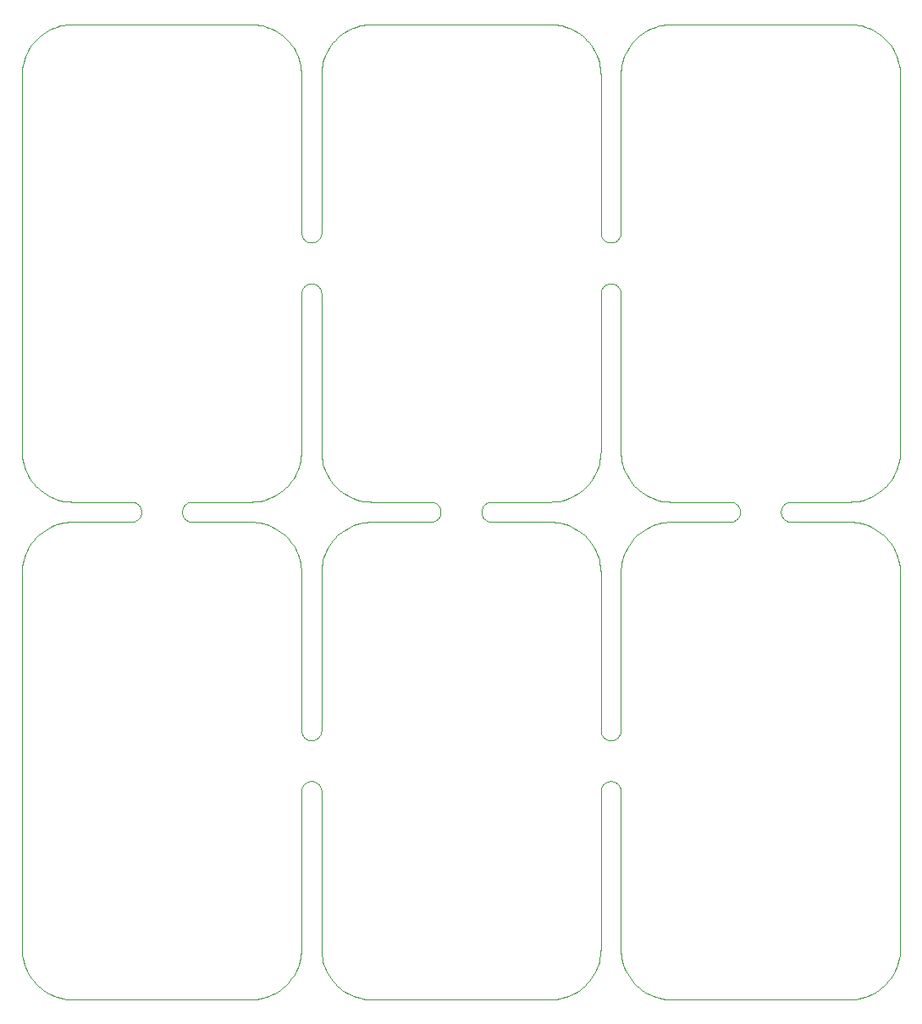
<source format=gko>
%MOIN*%
%OFA0B0*%
%FSLAX36Y36*%
%IPPOS*%
%LPD*%
%ADD10C,0*%
D10*
X002278739Y001679999D02*
X002278739Y001679999D01*
X002278345Y001692558D01*
X002277162Y001705066D01*
X002275197Y001717476D01*
X002272456Y001729738D01*
X002268951Y001741803D01*
X002264695Y001753625D01*
X002259705Y001765155D01*
X002254001Y001776350D01*
X002247605Y001787165D01*
X002240543Y001797557D01*
X002232842Y001807484D01*
X002224533Y001816909D01*
X002215649Y001825794D01*
X002206224Y001834102D01*
X002196296Y001841803D01*
X002185905Y001848865D01*
X002175090Y001855261D01*
X002163895Y001860965D01*
X002152364Y001865955D01*
X002140543Y001870211D01*
X002128478Y001873716D01*
X002116216Y001876457D01*
X002103806Y001878423D01*
X002091298Y001879605D01*
X002078740Y001879999D01*
X001848414Y001879999D01*
X001845325Y001880121D01*
X001842255Y001880484D01*
X001839224Y001881087D01*
X001836248Y001881926D01*
X001833348Y001882996D01*
X001830541Y001884291D01*
X001827843Y001885801D01*
X001825273Y001887519D01*
X001822845Y001889432D01*
X001820575Y001891531D01*
X001818477Y001893801D01*
X001816563Y001896228D01*
X001814846Y001898799D01*
X001813335Y001901496D01*
X001812041Y001904303D01*
X001810971Y001907204D01*
X001810132Y001910179D01*
X001809529Y001913211D01*
X001809166Y001916281D01*
X001809044Y001919370D01*
X001809044Y001919370D01*
X001809166Y001922459D01*
X001809529Y001925529D01*
X001810132Y001928561D01*
X001810971Y001931536D01*
X001812041Y001934436D01*
X001813335Y001937244D01*
X001814846Y001939941D01*
X001816563Y001942511D01*
X001818477Y001944939D01*
X001820575Y001947209D01*
X001822845Y001949307D01*
X001825273Y001951221D01*
X001827843Y001952938D01*
X001830541Y001954449D01*
X001833348Y001955743D01*
X001836248Y001956813D01*
X001839224Y001957652D01*
X001842255Y001958255D01*
X001845325Y001958619D01*
X001848414Y001958740D01*
X002078740Y001958740D01*
X002078740Y001958739D01*
X002091298Y001959135D01*
X002103806Y001960317D01*
X002116216Y001962283D01*
X002128478Y001965023D01*
X002140543Y001968528D01*
X002152364Y001972785D01*
X002163895Y001977774D01*
X002175090Y001983478D01*
X002185905Y001989875D01*
X002196296Y001996936D01*
X002206224Y002004637D01*
X002215649Y002012946D01*
X002224533Y002021831D01*
X002232842Y002031255D01*
X002240543Y002041183D01*
X002247605Y002051574D01*
X002254001Y002062389D01*
X002259705Y002073584D01*
X002264695Y002085115D01*
X002268951Y002096937D01*
X002272456Y002109002D01*
X002275197Y002121264D01*
X002277162Y002133673D01*
X002278345Y002146182D01*
X002278739Y002158739D01*
X002278739Y002779065D01*
X002278861Y002782154D01*
X002279224Y002785224D01*
X002279827Y002788256D01*
X002280666Y002791231D01*
X002281736Y002794131D01*
X002283030Y002796939D01*
X002284541Y002799636D01*
X002286258Y002802206D01*
X002288172Y002804634D01*
X002290271Y002806904D01*
X002292541Y002809002D01*
X002294968Y002810916D01*
X002297539Y002812634D01*
X002300236Y002814144D01*
X002303043Y002815438D01*
X002305943Y002816508D01*
X002308919Y002817347D01*
X002311951Y002817950D01*
X002315021Y002818314D01*
X002318109Y002818435D01*
X002318110Y002818435D01*
X002321199Y002818314D01*
X002324269Y002817950D01*
X002327300Y002817347D01*
X002330276Y002816508D01*
X002333176Y002815438D01*
X002335983Y002814144D01*
X002338681Y002812634D01*
X002341251Y002810916D01*
X002343679Y002809002D01*
X002345949Y002806904D01*
X002348047Y002804634D01*
X002349961Y002802206D01*
X002351678Y002799636D01*
X002353189Y002796939D01*
X002354483Y002794131D01*
X002355553Y002791231D01*
X002356392Y002788256D01*
X002356995Y002785224D01*
X002357358Y002782154D01*
X002357480Y002779065D01*
X002357480Y002158739D01*
X002357874Y002146182D01*
X002359057Y002133673D01*
X002361022Y002121264D01*
X002363763Y002109002D01*
X002367269Y002096937D01*
X002371524Y002085115D01*
X002376514Y002073584D01*
X002382219Y002062389D01*
X002388614Y002051574D01*
X002395676Y002041183D01*
X002403377Y002031255D01*
X002411686Y002021831D01*
X002420570Y002012946D01*
X002429995Y002004637D01*
X002439923Y001996936D01*
X002450314Y001989875D01*
X002461129Y001983478D01*
X002472324Y001977774D01*
X002483855Y001972785D01*
X002495676Y001968528D01*
X002507742Y001965023D01*
X002520004Y001962283D01*
X002532413Y001960317D01*
X002544922Y001959135D01*
X002557480Y001958740D01*
X002787805Y001958740D01*
X002790894Y001958619D01*
X002793964Y001958255D01*
X002796996Y001957652D01*
X002799971Y001956813D01*
X002802871Y001955743D01*
X002805679Y001954449D01*
X002808376Y001952938D01*
X002810946Y001951221D01*
X002813374Y001949307D01*
X002815644Y001947209D01*
X002817742Y001944939D01*
X002819656Y001942511D01*
X002821374Y001939941D01*
X002822884Y001937244D01*
X002824178Y001934436D01*
X002825248Y001931536D01*
X002826087Y001928561D01*
X002826691Y001925529D01*
X002827054Y001922459D01*
X002827175Y001919370D01*
X002827175Y001919370D01*
X002827054Y001916281D01*
X002826691Y001913211D01*
X002826087Y001910179D01*
X002825248Y001907204D01*
X002824178Y001904303D01*
X002822884Y001901496D01*
X002821374Y001898799D01*
X002819656Y001896228D01*
X002817742Y001893801D01*
X002815644Y001891531D01*
X002813374Y001889432D01*
X002810946Y001887519D01*
X002808376Y001885801D01*
X002805679Y001884291D01*
X002802871Y001882996D01*
X002799971Y001881926D01*
X002796996Y001881087D01*
X002793964Y001880484D01*
X002790894Y001880121D01*
X002787805Y001879999D01*
X002557480Y001879999D01*
X002544922Y001879605D01*
X002532413Y001878423D01*
X002520004Y001876457D01*
X002507742Y001873716D01*
X002495676Y001870211D01*
X002483855Y001865955D01*
X002472324Y001860965D01*
X002461129Y001855261D01*
X002450314Y001848865D01*
X002439923Y001841803D01*
X002429995Y001834102D01*
X002420570Y001825794D01*
X002411686Y001816909D01*
X002403377Y001807484D01*
X002395676Y001797557D01*
X002388614Y001787165D01*
X002382219Y001776350D01*
X002376514Y001765155D01*
X002371524Y001753625D01*
X002367269Y001741803D01*
X002363763Y001729738D01*
X002361022Y001717476D01*
X002359057Y001705066D01*
X002357874Y001692558D01*
X002357480Y001679999D01*
X002357480Y001059674D01*
X002357358Y001056585D01*
X002356995Y001053515D01*
X002356392Y001050483D01*
X002355553Y001047508D01*
X002354483Y001044608D01*
X002353189Y001041801D01*
X002351678Y001039103D01*
X002349961Y001036533D01*
X002348047Y001034105D01*
X002345949Y001031835D01*
X002343679Y001029737D01*
X002341251Y001027823D01*
X002338681Y001026106D01*
X002335983Y001024595D01*
X002333176Y001023301D01*
X002330276Y001022231D01*
X002327300Y001021392D01*
X002324269Y001020789D01*
X002321199Y001020425D01*
X002318110Y001020304D01*
X002318109Y001020304D01*
X002315021Y001020425D01*
X002311951Y001020789D01*
X002308919Y001021392D01*
X002305943Y001022231D01*
X002303043Y001023301D01*
X002300236Y001024595D01*
X002297539Y001026106D01*
X002294968Y001027823D01*
X002292541Y001029737D01*
X002290271Y001031835D01*
X002288172Y001034105D01*
X002286258Y001036533D01*
X002284541Y001039103D01*
X002283030Y001041801D01*
X002281736Y001044608D01*
X002280666Y001047508D01*
X002279827Y001050483D01*
X002279224Y001053515D01*
X002278861Y001056585D01*
X002278739Y001059674D01*
X002278739Y001679999D01*
X001099999Y001679999D02*
X001099999Y001679999D01*
X001099605Y001692558D01*
X001098422Y001705066D01*
X001096457Y001717476D01*
X001093716Y001729738D01*
X001090211Y001741803D01*
X001085955Y001753625D01*
X001080965Y001765155D01*
X001075261Y001776350D01*
X001068865Y001787165D01*
X001061802Y001797557D01*
X001054102Y001807484D01*
X001045793Y001816909D01*
X001036908Y001825794D01*
X001027484Y001834102D01*
X001017556Y001841803D01*
X001007165Y001848865D01*
X000996350Y001855261D01*
X000985155Y001860965D01*
X000973624Y001865955D01*
X000961803Y001870211D01*
X000949737Y001873716D01*
X000937476Y001876457D01*
X000925066Y001878423D01*
X000912558Y001879605D01*
X000900000Y001879999D01*
X000669674Y001879999D01*
X000666585Y001880121D01*
X000663515Y001880484D01*
X000660483Y001881087D01*
X000657508Y001881926D01*
X000654608Y001882996D01*
X000651800Y001884291D01*
X000649103Y001885801D01*
X000646533Y001887519D01*
X000644105Y001889432D01*
X000641835Y001891531D01*
X000639737Y001893801D01*
X000637823Y001896228D01*
X000636106Y001898799D01*
X000634595Y001901496D01*
X000633301Y001904303D01*
X000632231Y001907204D01*
X000631392Y001910179D01*
X000630789Y001913211D01*
X000630425Y001916281D01*
X000630304Y001919370D01*
X000630304Y001919370D01*
X000630425Y001922459D01*
X000630789Y001925529D01*
X000631392Y001928561D01*
X000632231Y001931536D01*
X000633301Y001934436D01*
X000634595Y001937244D01*
X000636106Y001939941D01*
X000637823Y001942511D01*
X000639737Y001944939D01*
X000641835Y001947209D01*
X000644105Y001949307D01*
X000646533Y001951221D01*
X000649103Y001952938D01*
X000651800Y001954449D01*
X000654608Y001955743D01*
X000657508Y001956813D01*
X000660483Y001957652D01*
X000663515Y001958255D01*
X000666585Y001958619D01*
X000669674Y001958740D01*
X000900000Y001958740D01*
X000900000Y001958739D01*
X000912558Y001959135D01*
X000925066Y001960317D01*
X000937476Y001962283D01*
X000949737Y001965023D01*
X000961803Y001968528D01*
X000973624Y001972785D01*
X000985155Y001977774D01*
X000996350Y001983478D01*
X001007165Y001989875D01*
X001017556Y001996936D01*
X001027484Y002004637D01*
X001036908Y002012946D01*
X001045793Y002021831D01*
X001054102Y002031255D01*
X001061802Y002041183D01*
X001068865Y002051574D01*
X001075261Y002062389D01*
X001080965Y002073584D01*
X001085955Y002085115D01*
X001090211Y002096937D01*
X001093716Y002109002D01*
X001096457Y002121264D01*
X001098422Y002133673D01*
X001099605Y002146182D01*
X001099999Y002158739D01*
X001099999Y002779065D01*
X001100121Y002782154D01*
X001100484Y002785224D01*
X001101087Y002788256D01*
X001101926Y002791231D01*
X001102996Y002794131D01*
X001104290Y002796939D01*
X001105801Y002799636D01*
X001107518Y002802206D01*
X001109432Y002804634D01*
X001111530Y002806904D01*
X001113801Y002809002D01*
X001116228Y002810916D01*
X001118799Y002812634D01*
X001121496Y002814144D01*
X001124303Y002815438D01*
X001127203Y002816508D01*
X001130179Y002817347D01*
X001133211Y002817950D01*
X001136280Y002818314D01*
X001139369Y002818435D01*
X001139370Y002818435D01*
X001142458Y002818314D01*
X001145528Y002817950D01*
X001148560Y002817347D01*
X001151536Y002816508D01*
X001154436Y002815438D01*
X001157243Y002814144D01*
X001159940Y002812634D01*
X001162511Y002810916D01*
X001164938Y002809002D01*
X001167208Y002806904D01*
X001169307Y002804634D01*
X001171221Y002802206D01*
X001172938Y002799636D01*
X001174449Y002796939D01*
X001175743Y002794131D01*
X001176813Y002791231D01*
X001177652Y002788256D01*
X001178255Y002785224D01*
X001178618Y002782154D01*
X001178740Y002779065D01*
X001178740Y002158739D01*
X001179134Y002146182D01*
X001180317Y002133673D01*
X001182282Y002121264D01*
X001185023Y002109002D01*
X001188528Y002096937D01*
X001192784Y002085115D01*
X001197774Y002073584D01*
X001203478Y002062389D01*
X001209874Y002051574D01*
X001216936Y002041183D01*
X001224637Y002031255D01*
X001232946Y002021831D01*
X001241830Y002012946D01*
X001251255Y002004637D01*
X001261182Y001996936D01*
X001271574Y001989875D01*
X001282389Y001983478D01*
X001293584Y001977774D01*
X001305115Y001972785D01*
X001316936Y001968528D01*
X001329002Y001965023D01*
X001341263Y001962283D01*
X001353673Y001960317D01*
X001366182Y001959135D01*
X001378739Y001958740D01*
X001609065Y001958740D01*
X001612154Y001958619D01*
X001615224Y001958255D01*
X001618256Y001957652D01*
X001621231Y001956813D01*
X001624131Y001955743D01*
X001626939Y001954449D01*
X001629636Y001952938D01*
X001632206Y001951221D01*
X001634634Y001949307D01*
X001636904Y001947209D01*
X001639002Y001944939D01*
X001640916Y001942511D01*
X001642634Y001939941D01*
X001644144Y001937244D01*
X001645438Y001934436D01*
X001646508Y001931536D01*
X001647347Y001928561D01*
X001647950Y001925529D01*
X001648314Y001922459D01*
X001648435Y001919370D01*
X001648435Y001919370D01*
X001648314Y001916281D01*
X001647950Y001913211D01*
X001647347Y001910179D01*
X001646508Y001907204D01*
X001645438Y001904303D01*
X001644144Y001901496D01*
X001642634Y001898799D01*
X001640916Y001896228D01*
X001639002Y001893801D01*
X001636904Y001891531D01*
X001634634Y001889432D01*
X001632206Y001887519D01*
X001629636Y001885801D01*
X001626939Y001884291D01*
X001624131Y001882996D01*
X001621231Y001881926D01*
X001618256Y001881087D01*
X001615224Y001880484D01*
X001612154Y001880121D01*
X001609065Y001879999D01*
X001378739Y001879999D01*
X001366182Y001879605D01*
X001353673Y001878423D01*
X001341263Y001876457D01*
X001329002Y001873716D01*
X001316936Y001870211D01*
X001305115Y001865955D01*
X001293584Y001860965D01*
X001282389Y001855261D01*
X001271574Y001848865D01*
X001261182Y001841803D01*
X001251255Y001834102D01*
X001241830Y001825794D01*
X001232946Y001816909D01*
X001224637Y001807484D01*
X001216936Y001797557D01*
X001209874Y001787165D01*
X001203478Y001776350D01*
X001197774Y001765155D01*
X001192784Y001753625D01*
X001188528Y001741803D01*
X001185023Y001729738D01*
X001182282Y001717476D01*
X001180317Y001705066D01*
X001179134Y001692558D01*
X001178740Y001679999D01*
X001178740Y001059674D01*
X001178618Y001056585D01*
X001178255Y001053515D01*
X001177652Y001050483D01*
X001176813Y001047508D01*
X001175743Y001044608D01*
X001174449Y001041801D01*
X001172938Y001039103D01*
X001171221Y001036533D01*
X001169307Y001034105D01*
X001167208Y001031835D01*
X001164938Y001029737D01*
X001162511Y001027823D01*
X001159940Y001026106D01*
X001157243Y001024595D01*
X001154436Y001023301D01*
X001151536Y001022231D01*
X001148560Y001021392D01*
X001145528Y001020789D01*
X001142458Y001020425D01*
X001139370Y001020304D01*
X001139369Y001020304D01*
X001136280Y001020425D01*
X001133211Y001020789D01*
X001130179Y001021392D01*
X001127203Y001022231D01*
X001124303Y001023301D01*
X001121496Y001024595D01*
X001118799Y001026106D01*
X001116228Y001027823D01*
X001113801Y001029737D01*
X001111530Y001031835D01*
X001109432Y001034105D01*
X001107518Y001036533D01*
X001105801Y001039103D01*
X001104290Y001041801D01*
X001102996Y001044608D01*
X001101926Y001047508D01*
X001101087Y001050483D01*
X001100484Y001053515D01*
X001100121Y001056585D01*
X001099999Y001059674D01*
X001099999Y001679999D01*
X000900000Y000000000D02*
X000900000Y000000000D01*
X000912558Y000000395D01*
X000925066Y000001577D01*
X000937476Y000003542D01*
X000949737Y000006283D01*
X000961803Y000009788D01*
X000973624Y000014045D01*
X000985155Y000019034D01*
X000996350Y000024738D01*
X001007165Y000031134D01*
X001017556Y000038196D01*
X001027484Y000045897D01*
X001036908Y000054206D01*
X001045793Y000063091D01*
X001054102Y000072515D01*
X001061802Y000082443D01*
X001068865Y000092834D01*
X001075261Y000103649D01*
X001080965Y000114844D01*
X001085955Y000126374D01*
X001090211Y000138196D01*
X001093716Y000150262D01*
X001096457Y000162523D01*
X001098422Y000174933D01*
X001099605Y000187441D01*
X001099999Y000199999D01*
X001099999Y000820325D01*
X001100121Y000823414D01*
X001100484Y000826484D01*
X001101087Y000829516D01*
X001101926Y000832491D01*
X001102996Y000835391D01*
X001104290Y000838198D01*
X001105801Y000840896D01*
X001107518Y000843466D01*
X001109432Y000845894D01*
X001111530Y000848164D01*
X001113801Y000850262D01*
X001116228Y000852176D01*
X001118799Y000853893D01*
X001121496Y000855404D01*
X001124303Y000856698D01*
X001127203Y000857768D01*
X001130179Y000858607D01*
X001133211Y000859210D01*
X001136280Y000859574D01*
X001139369Y000859695D01*
X001139370Y000859695D01*
X001142458Y000859574D01*
X001145528Y000859210D01*
X001148560Y000858607D01*
X001151536Y000857768D01*
X001154436Y000856698D01*
X001157243Y000855404D01*
X001159940Y000853893D01*
X001162511Y000852176D01*
X001164938Y000850262D01*
X001167208Y000848164D01*
X001169307Y000845894D01*
X001171221Y000843466D01*
X001172938Y000840896D01*
X001174449Y000838198D01*
X001175743Y000835391D01*
X001176813Y000832491D01*
X001177652Y000829516D01*
X001178255Y000826484D01*
X001178618Y000823414D01*
X001178740Y000820325D01*
X001178740Y000199999D01*
X001179134Y000187441D01*
X001180317Y000174933D01*
X001182282Y000162523D01*
X001185023Y000150262D01*
X001188528Y000138196D01*
X001192784Y000126374D01*
X001197774Y000114844D01*
X001203478Y000103649D01*
X001209874Y000092834D01*
X001216936Y000082443D01*
X001224637Y000072515D01*
X001232946Y000063091D01*
X001241830Y000054206D01*
X001251255Y000045897D01*
X001261182Y000038196D01*
X001271574Y000031134D01*
X001282389Y000024738D01*
X001293584Y000019034D01*
X001305115Y000014045D01*
X001316936Y000009788D01*
X001329002Y000006283D01*
X001341263Y000003542D01*
X001353673Y000001577D01*
X001366182Y000000395D01*
X001378739Y000000000D01*
X002078740Y000000000D01*
X002078740Y000000000D01*
X002091298Y000000395D01*
X002103806Y000001577D01*
X002116216Y000003542D01*
X002128478Y000006283D01*
X002140543Y000009788D01*
X002152364Y000014045D01*
X002163895Y000019034D01*
X002175090Y000024738D01*
X002185905Y000031134D01*
X002196296Y000038196D01*
X002206224Y000045897D01*
X002215649Y000054206D01*
X002224533Y000063091D01*
X002232842Y000072515D01*
X002240543Y000082443D01*
X002247605Y000092834D01*
X002254001Y000103649D01*
X002259705Y000114844D01*
X002264695Y000126374D01*
X002268951Y000138196D01*
X002272456Y000150262D01*
X002275197Y000162523D01*
X002277162Y000174933D01*
X002278345Y000187441D01*
X002278739Y000199999D01*
X002278739Y000820325D01*
X002278861Y000823414D01*
X002279224Y000826484D01*
X002279827Y000829516D01*
X002280666Y000832491D01*
X002281736Y000835391D01*
X002283030Y000838198D01*
X002284541Y000840896D01*
X002286258Y000843466D01*
X002288172Y000845894D01*
X002290271Y000848164D01*
X002292541Y000850262D01*
X002294968Y000852176D01*
X002297539Y000853893D01*
X002300236Y000855404D01*
X002303043Y000856698D01*
X002305943Y000857768D01*
X002308919Y000858607D01*
X002311951Y000859210D01*
X002315021Y000859574D01*
X002318109Y000859695D01*
X002318110Y000859695D01*
X002321199Y000859574D01*
X002324269Y000859210D01*
X002327300Y000858607D01*
X002330276Y000857768D01*
X002333176Y000856698D01*
X002335983Y000855404D01*
X002338681Y000853893D01*
X002341251Y000852176D01*
X002343679Y000850262D01*
X002345949Y000848164D01*
X002348047Y000845894D01*
X002349961Y000843466D01*
X002351678Y000840896D01*
X002353189Y000838198D01*
X002354483Y000835391D01*
X002355553Y000832491D01*
X002356392Y000829516D01*
X002356995Y000826484D01*
X002357358Y000823414D01*
X002357480Y000820325D01*
X002357480Y000199999D01*
X002357874Y000187441D01*
X002359057Y000174933D01*
X002361022Y000162523D01*
X002363763Y000150262D01*
X002367269Y000138196D01*
X002371524Y000126374D01*
X002376514Y000114844D01*
X002382219Y000103649D01*
X002388614Y000092834D01*
X002395676Y000082443D01*
X002403377Y000072515D01*
X002411686Y000063091D01*
X002420570Y000054206D01*
X002429995Y000045897D01*
X002439923Y000038196D01*
X002450314Y000031134D01*
X002461129Y000024738D01*
X002472324Y000019034D01*
X002483855Y000014045D01*
X002495676Y000009788D01*
X002507742Y000006283D01*
X002520004Y000003542D01*
X002532413Y000001577D01*
X002544922Y000000395D01*
X002557480Y000000000D01*
X003257480Y000000000D01*
X003257480Y000000000D01*
X003270038Y000000395D01*
X003282547Y000001577D01*
X003294956Y000003542D01*
X003307218Y000006283D01*
X003319283Y000009788D01*
X003331104Y000014045D01*
X003342636Y000019034D01*
X003353830Y000024738D01*
X003364645Y000031134D01*
X003375036Y000038196D01*
X003384964Y000045897D01*
X003394389Y000054206D01*
X003403274Y000063091D01*
X003411582Y000072515D01*
X003419283Y000082443D01*
X003426345Y000092834D01*
X003432741Y000103649D01*
X003438445Y000114844D01*
X003443435Y000126374D01*
X003447691Y000138196D01*
X003451196Y000150262D01*
X003453937Y000162523D01*
X003455903Y000174933D01*
X003457085Y000187441D01*
X003457480Y000199999D01*
X003457480Y001679999D01*
X003457085Y001692558D01*
X003455903Y001705066D01*
X003453937Y001717476D01*
X003451196Y001729738D01*
X003447691Y001741803D01*
X003443435Y001753625D01*
X003438445Y001765155D01*
X003432741Y001776350D01*
X003426345Y001787165D01*
X003419283Y001797557D01*
X003411582Y001807484D01*
X003403274Y001816909D01*
X003394389Y001825794D01*
X003384964Y001834102D01*
X003375036Y001841803D01*
X003364645Y001848865D01*
X003353830Y001855261D01*
X003342636Y001860965D01*
X003331104Y001865955D01*
X003319283Y001870211D01*
X003307218Y001873716D01*
X003294956Y001876457D01*
X003282547Y001878423D01*
X003270038Y001879605D01*
X003257480Y001879999D01*
X003027154Y001879999D01*
X003024065Y001880121D01*
X003020996Y001880484D01*
X003017964Y001881087D01*
X003014988Y001881926D01*
X003012088Y001882996D01*
X003009281Y001884291D01*
X003006584Y001885801D01*
X003004013Y001887519D01*
X003001586Y001889432D01*
X002999316Y001891531D01*
X002997217Y001893801D01*
X002995303Y001896228D01*
X002993586Y001898799D01*
X002992075Y001901496D01*
X002990781Y001904303D01*
X002989711Y001907204D01*
X002988872Y001910179D01*
X002988269Y001913211D01*
X002987906Y001916281D01*
X002987784Y001919370D01*
X002987784Y001919370D01*
X002987906Y001922459D01*
X002988269Y001925529D01*
X002988872Y001928561D01*
X002989711Y001931536D01*
X002990781Y001934436D01*
X002992075Y001937244D01*
X002993586Y001939941D01*
X002995303Y001942511D01*
X002997217Y001944939D01*
X002999316Y001947209D01*
X003001586Y001949307D01*
X003004013Y001951221D01*
X003006584Y001952938D01*
X003009281Y001954449D01*
X003012088Y001955743D01*
X003014988Y001956813D01*
X003017964Y001957652D01*
X003020996Y001958255D01*
X003024065Y001958619D01*
X003027154Y001958740D01*
X003257480Y001958740D01*
X003257480Y001958739D01*
X003270038Y001959135D01*
X003282547Y001960317D01*
X003294956Y001962283D01*
X003307218Y001965023D01*
X003319283Y001968528D01*
X003331104Y001972785D01*
X003342636Y001977774D01*
X003353830Y001983478D01*
X003364645Y001989875D01*
X003375036Y001996936D01*
X003384964Y002004637D01*
X003394389Y002012946D01*
X003403274Y002021831D01*
X003411582Y002031255D01*
X003419283Y002041183D01*
X003426345Y002051574D01*
X003432741Y002062389D01*
X003438445Y002073584D01*
X003443435Y002085115D01*
X003447691Y002096937D01*
X003451196Y002109002D01*
X003453937Y002121264D01*
X003455903Y002133673D01*
X003457085Y002146182D01*
X003457480Y002158739D01*
X003457480Y003638740D01*
X003457085Y003651298D01*
X003455903Y003663807D01*
X003453937Y003676216D01*
X003451196Y003688478D01*
X003447691Y003700543D01*
X003443435Y003712365D01*
X003438445Y003723896D01*
X003432741Y003735090D01*
X003426345Y003745906D01*
X003419283Y003756297D01*
X003411582Y003766225D01*
X003403274Y003775649D01*
X003394389Y003784534D01*
X003384964Y003792843D01*
X003375036Y003800543D01*
X003364645Y003807605D01*
X003353830Y003814001D01*
X003342636Y003819706D01*
X003331104Y003824695D01*
X003319283Y003828951D01*
X003307218Y003832457D01*
X003294956Y003835197D01*
X003282547Y003837163D01*
X003270038Y003838345D01*
X003257480Y003838740D01*
X002557480Y003838740D01*
X002544922Y003838345D01*
X002532413Y003837163D01*
X002520004Y003835197D01*
X002507742Y003832457D01*
X002495676Y003828951D01*
X002483855Y003824695D01*
X002472324Y003819706D01*
X002461129Y003814001D01*
X002450314Y003807605D01*
X002439923Y003800543D01*
X002429995Y003792843D01*
X002420570Y003784534D01*
X002411686Y003775649D01*
X002403377Y003766225D01*
X002395676Y003756297D01*
X002388614Y003745906D01*
X002382219Y003735090D01*
X002376514Y003723896D01*
X002371524Y003712365D01*
X002367269Y003700543D01*
X002363763Y003688478D01*
X002361022Y003676216D01*
X002359057Y003663807D01*
X002357874Y003651298D01*
X002357480Y003638740D01*
X002357480Y003018414D01*
X002357358Y003015325D01*
X002356995Y003012255D01*
X002356392Y003009224D01*
X002355553Y003006248D01*
X002354483Y003003348D01*
X002353189Y003000541D01*
X002351678Y002997843D01*
X002349961Y002995273D01*
X002348047Y002992845D01*
X002345949Y002990575D01*
X002343679Y002988477D01*
X002341251Y002986563D01*
X002338681Y002984846D01*
X002335983Y002983335D01*
X002333176Y002982041D01*
X002330276Y002980971D01*
X002327300Y002980132D01*
X002324269Y002979529D01*
X002321199Y002979166D01*
X002318110Y002979044D01*
X002318109Y002979044D01*
X002315021Y002979166D01*
X002311951Y002979529D01*
X002308919Y002980132D01*
X002305943Y002980971D01*
X002303043Y002982041D01*
X002300236Y002983335D01*
X002297539Y002984846D01*
X002294968Y002986563D01*
X002292541Y002988477D01*
X002290271Y002990575D01*
X002288172Y002992845D01*
X002286258Y002995273D01*
X002284541Y002997843D01*
X002283030Y003000541D01*
X002281736Y003003348D01*
X002280666Y003006248D01*
X002279827Y003009224D01*
X002279224Y003012255D01*
X002278861Y003015325D01*
X002278739Y003018414D01*
X002278739Y003638740D01*
X002278345Y003651298D01*
X002277162Y003663807D01*
X002275197Y003676216D01*
X002272456Y003688478D01*
X002268951Y003700543D01*
X002264695Y003712365D01*
X002259705Y003723896D01*
X002254001Y003735090D01*
X002247605Y003745906D01*
X002240543Y003756297D01*
X002232842Y003766225D01*
X002224533Y003775649D01*
X002215649Y003784534D01*
X002206224Y003792843D01*
X002196296Y003800543D01*
X002185905Y003807605D01*
X002175090Y003814001D01*
X002163895Y003819706D01*
X002152364Y003824695D01*
X002140543Y003828951D01*
X002128478Y003832457D01*
X002116216Y003835197D01*
X002103806Y003837163D01*
X002091298Y003838345D01*
X002078740Y003838740D01*
X001378739Y003838740D01*
X001366182Y003838345D01*
X001353673Y003837163D01*
X001341263Y003835197D01*
X001329002Y003832457D01*
X001316936Y003828951D01*
X001305115Y003824695D01*
X001293584Y003819706D01*
X001282389Y003814001D01*
X001271574Y003807605D01*
X001261182Y003800543D01*
X001251255Y003792843D01*
X001241830Y003784534D01*
X001232946Y003775649D01*
X001224637Y003766225D01*
X001216936Y003756297D01*
X001209874Y003745906D01*
X001203478Y003735090D01*
X001197774Y003723896D01*
X001192784Y003712365D01*
X001188528Y003700543D01*
X001185023Y003688478D01*
X001182282Y003676216D01*
X001180317Y003663807D01*
X001179134Y003651298D01*
X001178740Y003638740D01*
X001178740Y003018414D01*
X001178618Y003015325D01*
X001178255Y003012255D01*
X001177652Y003009224D01*
X001176813Y003006248D01*
X001175743Y003003348D01*
X001174449Y003000541D01*
X001172938Y002997843D01*
X001171221Y002995273D01*
X001169307Y002992845D01*
X001167208Y002990575D01*
X001164938Y002988477D01*
X001162511Y002986563D01*
X001159940Y002984846D01*
X001157243Y002983335D01*
X001154436Y002982041D01*
X001151536Y002980971D01*
X001148560Y002980132D01*
X001145528Y002979529D01*
X001142458Y002979166D01*
X001139370Y002979044D01*
X001139369Y002979044D01*
X001136280Y002979166D01*
X001133211Y002979529D01*
X001130179Y002980132D01*
X001127203Y002980971D01*
X001124303Y002982041D01*
X001121496Y002983335D01*
X001118799Y002984846D01*
X001116228Y002986563D01*
X001113801Y002988477D01*
X001111530Y002990575D01*
X001109432Y002992845D01*
X001107518Y002995273D01*
X001105801Y002997843D01*
X001104290Y003000541D01*
X001102996Y003003348D01*
X001101926Y003006248D01*
X001101087Y003009224D01*
X001100484Y003012255D01*
X001100121Y003015325D01*
X001099999Y003018414D01*
X001099999Y003638740D01*
X001099605Y003651298D01*
X001098422Y003663807D01*
X001096457Y003676216D01*
X001093716Y003688478D01*
X001090211Y003700543D01*
X001085955Y003712365D01*
X001080965Y003723896D01*
X001075261Y003735090D01*
X001068865Y003745906D01*
X001061802Y003756297D01*
X001054102Y003766225D01*
X001045793Y003775649D01*
X001036908Y003784534D01*
X001027484Y003792843D01*
X001017556Y003800543D01*
X001007165Y003807605D01*
X000996350Y003814001D01*
X000985155Y003819706D01*
X000973624Y003824695D01*
X000961803Y003828951D01*
X000949737Y003832457D01*
X000937476Y003835197D01*
X000925066Y003837163D01*
X000912558Y003838345D01*
X000900000Y003838740D01*
X000199999Y003838740D01*
X000187441Y003838345D01*
X000174933Y003837163D01*
X000162523Y003835197D01*
X000150262Y003832457D01*
X000138196Y003828951D01*
X000126374Y003824695D01*
X000114843Y003819706D01*
X000103649Y003814001D01*
X000092834Y003807605D01*
X000082442Y003800543D01*
X000072514Y003792843D01*
X000063090Y003784534D01*
X000054205Y003775649D01*
X000045897Y003766225D01*
X000038196Y003756297D01*
X000031134Y003745906D01*
X000024738Y003735090D01*
X000019034Y003723896D01*
X000014044Y003712365D01*
X000009788Y003700543D01*
X000006283Y003688478D01*
X000003542Y003676216D01*
X000001576Y003663807D01*
X000000394Y003651298D01*
X000000000Y003638740D01*
X000000000Y002158739D01*
X000000394Y002146182D01*
X000001576Y002133673D01*
X000003542Y002121264D01*
X000006283Y002109002D01*
X000009788Y002096937D01*
X000014044Y002085115D01*
X000019034Y002073584D01*
X000024738Y002062389D01*
X000031134Y002051574D01*
X000038196Y002041183D01*
X000045897Y002031255D01*
X000054205Y002021831D01*
X000063090Y002012946D01*
X000072514Y002004637D01*
X000082442Y001996936D01*
X000092834Y001989875D01*
X000103649Y001983478D01*
X000114843Y001977774D01*
X000126374Y001972785D01*
X000138196Y001968528D01*
X000150262Y001965023D01*
X000162523Y001962283D01*
X000174933Y001960317D01*
X000187441Y001959135D01*
X000199999Y001958740D01*
X000430325Y001958740D01*
X000433414Y001958619D01*
X000436484Y001958255D01*
X000439516Y001957652D01*
X000442491Y001956813D01*
X000445391Y001955743D01*
X000448199Y001954449D01*
X000450896Y001952938D01*
X000453466Y001951221D01*
X000455894Y001949307D01*
X000458164Y001947209D01*
X000460262Y001944939D01*
X000462176Y001942511D01*
X000463893Y001939941D01*
X000465404Y001937244D01*
X000466698Y001934436D01*
X000467768Y001931536D01*
X000468607Y001928561D01*
X000469210Y001925529D01*
X000469574Y001922459D01*
X000469695Y001919370D01*
X000469695Y001919370D01*
X000469574Y001916281D01*
X000469210Y001913211D01*
X000468607Y001910179D01*
X000467768Y001907204D01*
X000466698Y001904303D01*
X000465404Y001901496D01*
X000463893Y001898799D01*
X000462176Y001896228D01*
X000460262Y001893801D01*
X000458164Y001891531D01*
X000455894Y001889432D01*
X000453466Y001887519D01*
X000450896Y001885801D01*
X000448199Y001884291D01*
X000445391Y001882996D01*
X000442491Y001881926D01*
X000439516Y001881087D01*
X000436484Y001880484D01*
X000433414Y001880121D01*
X000430325Y001879999D01*
X000199999Y001879999D01*
X000187441Y001879605D01*
X000174933Y001878423D01*
X000162523Y001876457D01*
X000150262Y001873716D01*
X000138196Y001870211D01*
X000126374Y001865955D01*
X000114843Y001860965D01*
X000103649Y001855261D01*
X000092834Y001848865D01*
X000082442Y001841803D01*
X000072514Y001834102D01*
X000063090Y001825794D01*
X000054205Y001816909D01*
X000045897Y001807484D01*
X000038196Y001797557D01*
X000031134Y001787165D01*
X000024738Y001776350D01*
X000019034Y001765155D01*
X000014044Y001753625D01*
X000009788Y001741803D01*
X000006283Y001729738D01*
X000003542Y001717476D01*
X000001576Y001705066D01*
X000000394Y001692558D01*
X000000000Y001679999D01*
X000000000Y000199999D01*
X000000394Y000187441D01*
X000001576Y000174933D01*
X000003542Y000162523D01*
X000006283Y000150262D01*
X000009788Y000138196D01*
X000014044Y000126374D01*
X000019034Y000114844D01*
X000024738Y000103649D01*
X000031134Y000092834D01*
X000038196Y000082443D01*
X000045897Y000072515D01*
X000054205Y000063091D01*
X000063090Y000054206D01*
X000072514Y000045897D01*
X000082442Y000038196D01*
X000092834Y000031134D01*
X000103649Y000024738D01*
X000114843Y000019034D01*
X000126374Y000014045D01*
X000138196Y000009788D01*
X000150262Y000006283D01*
X000162523Y000003542D01*
X000174933Y000001577D01*
X000187441Y000000395D01*
X000199999Y000000000D01*
X000900000Y000000000D01*
X000900000Y000000000D01*
M02*
</source>
